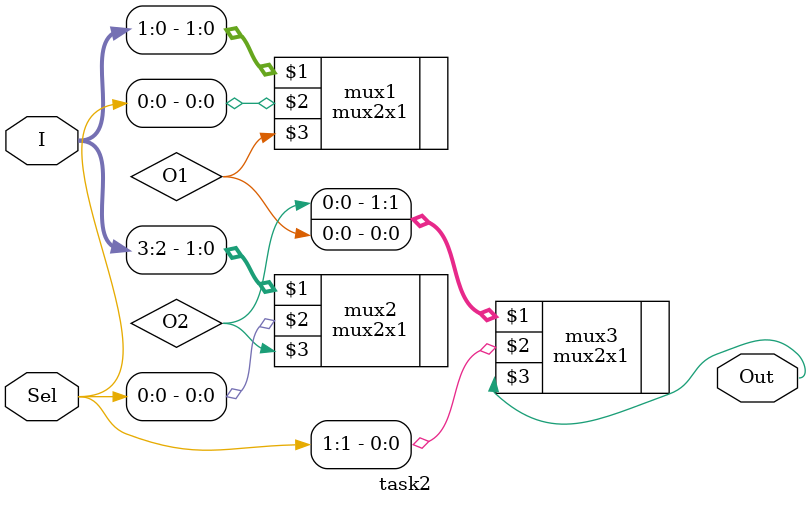
<source format=v>
module task2(I, Sel, Out);
	input [3:0] I;
	input [1:0] Sel;
	wire O1, O2;
	output Out;
	
	mux2x1 mux1({I[1],I[0]}, Sel[0], O1);
	mux2x1 mux2({I[3],I[2]}, Sel[0], O2);
	mux2x1 mux3({O2,O1}, Sel[1], Out);
	
endmodule


</source>
